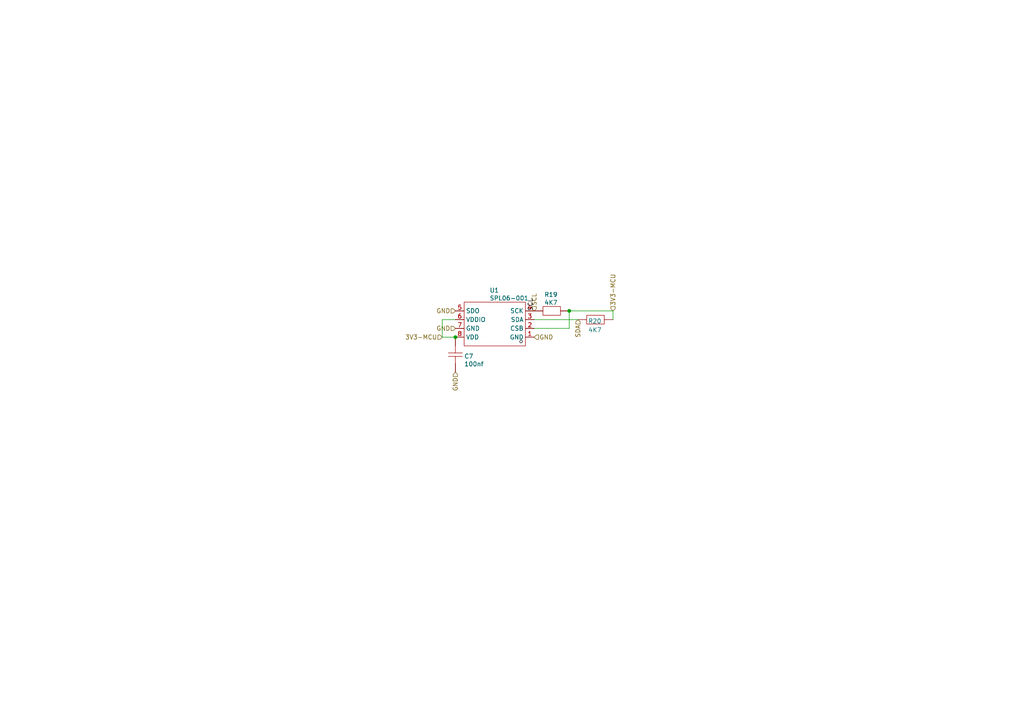
<source format=kicad_sch>
(kicad_sch
	(version 20250114)
	(generator "eeschema")
	(generator_version "9.0")
	(uuid "452fb780-ae0a-4411-9a6b-d416fee55325")
	(paper "A4")
	(lib_symbols
		(symbol "1_P1-altium-import:root_1_100nf_"
			(pin_numbers
				(hide yes)
			)
			(pin_names
				(hide yes)
			)
			(exclude_from_sim no)
			(in_bom yes)
			(on_board yes)
			(property "Reference" ""
				(at 0 0 0)
				(effects
					(font
						(size 1.27 1.27)
					)
				)
			)
			(property "Value" ""
				(at 0 0 0)
				(effects
					(font
						(size 1.27 1.27)
					)
				)
			)
			(property "Footprint" ""
				(at 0 0 0)
				(effects
					(font
						(size 1.27 1.27)
					)
					(hide yes)
				)
			)
			(property "Datasheet" ""
				(at 0 0 0)
				(effects
					(font
						(size 1.27 1.27)
					)
					(hide yes)
				)
			)
			(property "Description" ""
				(at 0 0 0)
				(effects
					(font
						(size 1.27 1.27)
					)
					(hide yes)
				)
			)
			(property "ki_fp_filters" "*C0201*"
				(at 0 0 0)
				(effects
					(font
						(size 1.27 1.27)
					)
					(hide yes)
				)
			)
			(symbol "root_1_100nf__1_0"
				(polyline
					(pts
						(xy -2.032 0.508) (xy 2.032 0.508)
					)
					(stroke
						(width 0)
						(type solid)
						(color 160 0 0 1)
					)
					(fill
						(type none)
					)
				)
				(polyline
					(pts
						(xy 0 2.54) (xy 0 0.508)
					)
					(stroke
						(width 0)
						(type solid)
						(color 160 0 0 1)
					)
					(fill
						(type none)
					)
				)
				(polyline
					(pts
						(xy 0 -0.508) (xy 0 -2.54)
					)
					(stroke
						(width 0)
						(type solid)
						(color 160 0 0 1)
					)
					(fill
						(type none)
					)
				)
				(polyline
					(pts
						(xy 2.032 -0.508) (xy -2.032 -0.508)
					)
					(stroke
						(width 0)
						(type solid)
						(color 160 0 0 1)
					)
					(fill
						(type none)
					)
				)
				(pin passive line
					(at 0 5.08 270)
					(length 2.54)
					(name "2"
						(effects
							(font
								(size 1.27 1.27)
							)
						)
					)
					(number "2"
						(effects
							(font
								(size 1.27 1.27)
							)
						)
					)
				)
				(pin passive line
					(at 0 -5.08 90)
					(length 2.54)
					(name "1"
						(effects
							(font
								(size 1.27 1.27)
							)
						)
					)
					(number "1"
						(effects
							(font
								(size 1.27 1.27)
							)
						)
					)
				)
			)
			(embedded_fonts no)
		)
		(symbol "1_P1-altium-import:root_2_4K7_"
			(pin_numbers
				(hide yes)
			)
			(pin_names
				(hide yes)
			)
			(exclude_from_sim no)
			(in_bom yes)
			(on_board yes)
			(property "Reference" ""
				(at 0 0 0)
				(effects
					(font
						(size 1.27 1.27)
					)
				)
			)
			(property "Value" ""
				(at 0 0 0)
				(effects
					(font
						(size 1.27 1.27)
					)
				)
			)
			(property "Footprint" ""
				(at 0 0 0)
				(effects
					(font
						(size 1.27 1.27)
					)
					(hide yes)
				)
			)
			(property "Datasheet" ""
				(at 0 0 0)
				(effects
					(font
						(size 1.27 1.27)
					)
					(hide yes)
				)
			)
			(property "Description" ""
				(at 0 0 0)
				(effects
					(font
						(size 1.27 1.27)
					)
					(hide yes)
				)
			)
			(property "ki_fp_filters" "*R0201*"
				(at 0 0 0)
				(effects
					(font
						(size 1.27 1.27)
					)
					(hide yes)
				)
			)
			(symbol "root_2_4K7__1_0"
				(rectangle
					(start -2.54 1.27)
					(end 2.54 -1.27)
					(stroke
						(width 0)
						(type solid)
						(color 160 0 0 1)
					)
					(fill
						(type none)
					)
				)
				(pin passive line
					(at -5.08 0 0)
					(length 2.54)
					(name "2"
						(effects
							(font
								(size 1.27 1.27)
							)
						)
					)
					(number "2"
						(effects
							(font
								(size 1.27 1.27)
							)
						)
					)
				)
				(pin passive line
					(at 5.08 0 180)
					(length 2.54)
					(name "1"
						(effects
							(font
								(size 1.27 1.27)
							)
						)
					)
					(number "1"
						(effects
							(font
								(size 1.27 1.27)
							)
						)
					)
				)
			)
			(embedded_fonts no)
		)
		(symbol "1_P1-altium-import:root_2_SPL06-001_"
			(exclude_from_sim no)
			(in_bom yes)
			(on_board yes)
			(property "Reference" ""
				(at 0 0 0)
				(effects
					(font
						(size 1.27 1.27)
					)
				)
			)
			(property "Value" ""
				(at 0 0 0)
				(effects
					(font
						(size 1.27 1.27)
					)
				)
			)
			(property "Footprint" ""
				(at 0 0 0)
				(effects
					(font
						(size 1.27 1.27)
					)
					(hide yes)
				)
			)
			(property "Datasheet" ""
				(at 0 0 0)
				(effects
					(font
						(size 1.27 1.27)
					)
					(hide yes)
				)
			)
			(property "Description" ""
				(at 0 0 0)
				(effects
					(font
						(size 1.27 1.27)
					)
					(hide yes)
				)
			)
			(property "ki_fp_filters" "*SENSOR-SMD_SPL06-001*"
				(at 0 0 0)
				(effects
					(font
						(size 1.27 1.27)
					)
					(hide yes)
				)
			)
			(symbol "root_2_SPL06-001__1_0"
				(rectangle
					(start -8.89 6.35)
					(end 8.89 -6.35)
					(stroke
						(width 0)
						(type solid)
						(color 160 0 0 1)
					)
					(fill
						(type none)
					)
				)
				(circle
					(center 7.62 -5.08)
					(radius 0.381)
					(stroke
						(width 0)
						(type solid)
						(color 0 0 0 1)
					)
					(fill
						(type none)
					)
				)
				(pin passive line
					(at -11.43 3.81 0)
					(length 2.54)
					(name "SDO"
						(effects
							(font
								(size 1.27 1.27)
							)
						)
					)
					(number "5"
						(effects
							(font
								(size 1.27 1.27)
							)
						)
					)
				)
				(pin passive line
					(at -11.43 1.27 0)
					(length 2.54)
					(name "VDDIO"
						(effects
							(font
								(size 1.27 1.27)
							)
						)
					)
					(number "6"
						(effects
							(font
								(size 1.27 1.27)
							)
						)
					)
				)
				(pin passive line
					(at -11.43 -1.27 0)
					(length 2.54)
					(name "GND"
						(effects
							(font
								(size 1.27 1.27)
							)
						)
					)
					(number "7"
						(effects
							(font
								(size 1.27 1.27)
							)
						)
					)
				)
				(pin passive line
					(at -11.43 -3.81 0)
					(length 2.54)
					(name "VDD"
						(effects
							(font
								(size 1.27 1.27)
							)
						)
					)
					(number "8"
						(effects
							(font
								(size 1.27 1.27)
							)
						)
					)
				)
				(pin passive line
					(at 11.43 3.81 180)
					(length 2.54)
					(name "SCK"
						(effects
							(font
								(size 1.27 1.27)
							)
						)
					)
					(number "4"
						(effects
							(font
								(size 1.27 1.27)
							)
						)
					)
				)
				(pin passive line
					(at 11.43 1.27 180)
					(length 2.54)
					(name "SDA"
						(effects
							(font
								(size 1.27 1.27)
							)
						)
					)
					(number "3"
						(effects
							(font
								(size 1.27 1.27)
							)
						)
					)
				)
				(pin passive line
					(at 11.43 -1.27 180)
					(length 2.54)
					(name "CSB"
						(effects
							(font
								(size 1.27 1.27)
							)
						)
					)
					(number "2"
						(effects
							(font
								(size 1.27 1.27)
							)
						)
					)
				)
				(pin passive line
					(at 11.43 -3.81 180)
					(length 2.54)
					(name "GND"
						(effects
							(font
								(size 1.27 1.27)
							)
						)
					)
					(number "1"
						(effects
							(font
								(size 1.27 1.27)
							)
						)
					)
				)
			)
			(embedded_fonts no)
		)
	)
	(junction
		(at 165.1 90.17)
		(diameter 0)
		(color 0 0 0 0)
		(uuid "d308ed44-7b5b-49e6-a21a-b1c1c3fba460")
	)
	(junction
		(at 132.08 97.79)
		(diameter 0)
		(color 0 0 0 0)
		(uuid "f6902308-d55e-4f42-8678-af3611243bb8")
	)
	(wire
		(pts
			(xy 177.8 92.71) (xy 177.8 90.17)
		)
		(stroke
			(width 0)
			(type default)
		)
		(uuid "2d5cac3f-6eb7-4cc6-8158-2fd00d1e20ab")
	)
	(wire
		(pts
			(xy 165.1 90.17) (xy 165.1 95.25)
		)
		(stroke
			(width 0)
			(type default)
		)
		(uuid "7d542f9c-a646-4bb0-903c-0615a383f72e")
	)
	(wire
		(pts
			(xy 128.27 97.79) (xy 128.27 92.71)
		)
		(stroke
			(width 0)
			(type default)
		)
		(uuid "9af574f2-fe0a-4c6d-9774-0289482e1ff9")
	)
	(wire
		(pts
			(xy 132.08 97.79) (xy 128.27 97.79)
		)
		(stroke
			(width 0)
			(type default)
		)
		(uuid "9f056cce-37f8-4e05-b1d7-1c485cd8b28c")
	)
	(wire
		(pts
			(xy 165.1 90.17) (xy 177.8 90.17)
		)
		(stroke
			(width 0)
			(type default)
		)
		(uuid "a9944fd2-1a2f-42b1-bc73-3bae72011270")
	)
	(wire
		(pts
			(xy 128.27 92.71) (xy 132.08 92.71)
		)
		(stroke
			(width 0)
			(type default)
		)
		(uuid "adcfd55b-c657-4b84-ba1a-e8ba95aeed82")
	)
	(wire
		(pts
			(xy 154.94 92.71) (xy 167.64 92.71)
		)
		(stroke
			(width 0)
			(type default)
		)
		(uuid "b5bdb8b6-fba9-49d6-8e36-a9c09e083223")
	)
	(wire
		(pts
			(xy 165.1 95.25) (xy 154.94 95.25)
		)
		(stroke
			(width 0)
			(type default)
		)
		(uuid "c19599b6-031e-4447-90af-6d9fa79b1ab8")
	)
	(label "SCL"
		(at 154.94 90.17 90)
		(effects
			(font
				(size 1.27 1.27)
			)
			(justify left bottom)
		)
		(uuid "763d4e14-d2cd-4a84-ac99-2485dca5b177")
	)
	(hierarchical_label "SCL"
		(shape input)
		(at 154.94 90.17 90)
		(effects
			(font
				(size 1.27 1.27)
			)
			(justify left)
		)
		(uuid "1d0a9671-0e29-4d42-9b97-d913922d3aaf")
	)
	(hierarchical_label "GND"
		(shape input)
		(at 132.08 95.25 180)
		(effects
			(font
				(size 1.27 1.27)
			)
			(justify right)
		)
		(uuid "29b582a0-e309-421f-b996-992d583cce5a")
	)
	(hierarchical_label "GND"
		(shape input)
		(at 154.94 97.79 0)
		(effects
			(font
				(size 1.27 1.27)
			)
			(justify left)
		)
		(uuid "4d5eb12b-dbf8-423d-bc70-86c4e99bc86e")
	)
	(hierarchical_label "GND"
		(shape input)
		(at 132.08 90.17 180)
		(effects
			(font
				(size 1.27 1.27)
			)
			(justify right)
		)
		(uuid "4df853bb-5663-4f52-81d1-d5d4e7965d79")
	)
	(hierarchical_label "GND"
		(shape input)
		(at 132.08 107.95 270)
		(effects
			(font
				(size 1.27 1.27)
			)
			(justify right)
		)
		(uuid "86138044-8eb3-42c8-b9e2-2c8a732f7f93")
	)
	(hierarchical_label "SDA"
		(shape input)
		(at 167.64 92.71 270)
		(effects
			(font
				(size 1.27 1.27)
			)
			(justify right)
		)
		(uuid "948c65ef-6f2e-4020-a1f5-b9669feeab1e")
	)
	(hierarchical_label "3V3-MCU"
		(shape input)
		(at 177.8 90.17 90)
		(effects
			(font
				(size 1.27 1.27)
			)
			(justify left)
		)
		(uuid "b0da4557-085f-400e-9872-45056f991e11")
	)
	(hierarchical_label "3V3-MCU"
		(shape input)
		(at 128.27 97.79 180)
		(effects
			(font
				(size 1.27 1.27)
			)
			(justify right)
		)
		(uuid "ea20e600-7854-4d2e-ae83-0364f9e5a1be")
	)
	(symbol
		(lib_id "1_P1-altium-import:root_1_100nf_")
		(at 132.08 102.87 0)
		(unit 1)
		(exclude_from_sim no)
		(in_bom yes)
		(on_board yes)
		(dnp no)
		(uuid "267616e1-3e67-4bbf-addb-6c7e4f980be5")
		(property "Reference" "C7"
			(at 134.622 104.067 0)
			(effects
				(font
					(size 1.27 1.27)
				)
				(justify left bottom)
			)
		)
		(property "Value" "100nf"
			(at 134.62 106.311 0)
			(effects
				(font
					(size 1.27 1.27)
				)
				(justify left bottom)
			)
		)
		(property "Footprint" "lcsc:C0201"
			(at 132.08 102.87 0)
			(effects
				(font
					(size 1.27 1.27)
				)
				(hide yes)
			)
		)
		(property "Datasheet" ""
			(at 132.08 102.87 0)
			(effects
				(font
					(size 1.27 1.27)
				)
				(hide yes)
			)
		)
		(property "Description" ""
			(at 132.08 102.87 0)
			(effects
				(font
					(size 1.27 1.27)
				)
				(hide yes)
			)
		)
		(property "SYMBOL" "100nf"
			(at 132.08 102.87 0)
			(effects
				(font
					(size 1.27 1.27)
				)
				(justify left bottom)
				(hide yes)
			)
		)
		(property "DEVICE" "100nf"
			(at 132.08 102.87 0)
			(effects
				(font
					(size 1.27 1.27)
				)
				(justify left bottom)
				(hide yes)
			)
		)
		(property "SUPPLIER PART" ""
			(at 132.08 102.87 0)
			(effects
				(font
					(size 1.27 1.27)
				)
				(justify left bottom)
				(hide yes)
			)
		)
		(property "SUPPLIER" ""
			(at 132.08 102.87 0)
			(effects
				(font
					(size 1.27 1.27)
				)
				(justify left bottom)
				(hide yes)
			)
		)
		(property "MANUFACTURER PART" ""
			(at 132.08 102.87 0)
			(effects
				(font
					(size 1.27 1.27)
				)
				(justify left bottom)
				(hide yes)
			)
		)
		(property "CONVERT TO PCB" "yes"
			(at 132.08 102.87 0)
			(effects
				(font
					(size 1.27 1.27)
				)
				(justify left bottom)
				(hide yes)
			)
		)
		(property "ADD INTO BOM" "yes"
			(at 132.08 102.87 0)
			(effects
				(font
					(size 1.27 1.27)
				)
				(justify left bottom)
				(hide yes)
			)
		)
		(property "ORIGIN FOOTPRINT" "0402-CAP"
			(at 132.08 102.87 0)
			(effects
				(font
					(size 1.27 1.27)
				)
				(justify left bottom)
				(hide yes)
			)
		)
		(property "NAMEALIAS" "Value(F)"
			(at 132.08 102.87 0)
			(effects
				(font
					(size 1.27 1.27)
				)
				(justify left bottom)
				(hide yes)
			)
		)
		(property "CONTRIBUTOR" "LCEDA_Lib"
			(at 132.08 102.87 0)
			(effects
				(font
					(size 1.27 1.27)
				)
				(justify left bottom)
				(hide yes)
			)
		)
		(property "SPICEPRE" "C"
			(at 132.08 102.87 0)
			(effects
				(font
					(size 1.27 1.27)
				)
				(justify left bottom)
				(hide yes)
			)
		)
		(property "SPICESYMBOLNAME" "C_0402_US"
			(at 132.08 102.87 0)
			(effects
				(font
					(size 1.27 1.27)
				)
				(justify left bottom)
				(hide yes)
			)
		)
		(property "REUSE BLOCK" ""
			(at 32.512 335.28 0)
			(effects
				(font
					(size 1.27 1.27)
				)
				(justify left bottom)
				(hide yes)
			)
		)
		(property "GROUP ID" ""
			(at 32.512 335.28 0)
			(effects
				(font
					(size 1.27 1.27)
				)
				(justify left bottom)
				(hide yes)
			)
		)
		(property "CHANNEL ID" ""
			(at 32.512 335.28 0)
			(effects
				(font
					(size 1.27 1.27)
				)
				(justify left bottom)
				(hide yes)
			)
		)
		(property "BREAKDOWN VOLTAGE" ""
			(at 132.08 102.87 0)
			(effects
				(font
					(size 1.27 1.27)
				)
				(hide yes)
			)
		)
		(property "MAXIMUM CLAMPING VOLTAGE" ""
			(at 132.08 102.87 0)
			(effects
				(font
					(size 1.27 1.27)
				)
				(hide yes)
			)
		)
		(property "MOUNTING SYTLE" ""
			(at 132.08 102.87 0)
			(effects
				(font
					(size 1.27 1.27)
				)
				(hide yes)
			)
		)
		(property "PEAK PULSE CURRENT (IPP)@10/1000US" ""
			(at 132.08 102.87 0)
			(effects
				(font
					(size 1.27 1.27)
				)
				(hide yes)
			)
		)
		(property "PEAK PULSE POWER DISSIPATION (PPP)@10/1000US" ""
			(at 132.08 102.87 0)
			(effects
				(font
					(size 1.27 1.27)
				)
				(hide yes)
			)
		)
		(property "POLARITY" ""
			(at 132.08 102.87 0)
			(effects
				(font
					(size 1.27 1.27)
				)
				(hide yes)
			)
		)
		(property "POWER(WATTS)" ""
			(at 132.08 102.87 0)
			(effects
				(font
					(size 1.27 1.27)
				)
				(hide yes)
			)
		)
		(property "REVERSE STAND-OFF VOLTAGE (VRWM)" ""
			(at 132.08 102.87 0)
			(effects
				(font
					(size 1.27 1.27)
				)
				(hide yes)
			)
		)
		(pin "1"
			(uuid "6626bc38-db5f-4eae-acb0-fff0e5367e34")
		)
		(pin "2"
			(uuid "bca760c3-9d5b-4256-b9ec-e47b6d5d0397")
		)
		(instances
			(project "hardware"
				(path "/5022a1d8-d19f-465c-a616-d8d6757adef4/ed60e301-df4d-4bb8-8d35-6e073273bd4f"
					(reference "C7")
					(unit 1)
				)
			)
		)
	)
	(symbol
		(lib_id "1_P1-altium-import:root_2_4K7_")
		(at 160.02 90.17 0)
		(unit 1)
		(exclude_from_sim no)
		(in_bom yes)
		(on_board yes)
		(dnp no)
		(uuid "6a7d3065-2e92-4951-897c-9ef1a29d732c")
		(property "Reference" "R19"
			(at 157.846 86.18 0)
			(effects
				(font
					(size 1.27 1.27)
				)
				(justify left bottom)
			)
		)
		(property "Value" "4K7"
			(at 157.846 88.484 0)
			(effects
				(font
					(size 1.27 1.27)
				)
				(justify left bottom)
			)
		)
		(property "Footprint" "lcsc:R0201"
			(at 160.02 90.17 0)
			(effects
				(font
					(size 1.27 1.27)
				)
				(hide yes)
			)
		)
		(property "Datasheet" ""
			(at 160.02 90.17 0)
			(effects
				(font
					(size 1.27 1.27)
				)
				(hide yes)
			)
		)
		(property "Description" ""
			(at 160.02 90.17 0)
			(effects
				(font
					(size 1.27 1.27)
				)
				(hide yes)
			)
		)
		(property "SYMBOL" "4K7"
			(at 160.02 90.17 0)
			(effects
				(font
					(size 1.27 1.27)
				)
				(justify left bottom)
				(hide yes)
			)
		)
		(property "DEVICE" "4K7"
			(at 160.02 90.17 0)
			(effects
				(font
					(size 1.27 1.27)
				)
				(justify left bottom)
				(hide yes)
			)
		)
		(property "SUPPLIER PART" ""
			(at 160.02 90.17 0)
			(effects
				(font
					(size 1.27 1.27)
				)
				(justify left bottom)
				(hide yes)
			)
		)
		(property "SUPPLIER" ""
			(at 160.02 90.17 0)
			(effects
				(font
					(size 1.27 1.27)
				)
				(justify left bottom)
				(hide yes)
			)
		)
		(property "MANUFACTURER PART" ""
			(at 160.02 90.17 0)
			(effects
				(font
					(size 1.27 1.27)
				)
				(justify left bottom)
				(hide yes)
			)
		)
		(property "CONVERT TO PCB" "yes"
			(at 160.02 90.17 0)
			(effects
				(font
					(size 1.27 1.27)
				)
				(justify left bottom)
				(hide yes)
			)
		)
		(property "ADD INTO BOM" "yes"
			(at 160.02 90.17 0)
			(effects
				(font
					(size 1.27 1.27)
				)
				(justify left bottom)
				(hide yes)
			)
		)
		(property "ORIGIN FOOTPRINT" "0402-RSE"
			(at 160.02 90.17 0)
			(effects
				(font
					(size 1.27 1.27)
				)
				(justify left bottom)
				(hide yes)
			)
		)
		(property "NAMEALIAS" "Value(Ω)"
			(at 160.02 90.17 0)
			(effects
				(font
					(size 1.27 1.27)
				)
				(justify left bottom)
				(hide yes)
			)
		)
		(property "CONTRIBUTOR" "LCEDA_Lib"
			(at 160.02 90.17 0)
			(effects
				(font
					(size 1.27 1.27)
				)
				(justify left bottom)
				(hide yes)
			)
		)
		(property "SPICEPRE" "R"
			(at 160.02 90.17 0)
			(effects
				(font
					(size 1.27 1.27)
				)
				(justify left bottom)
				(hide yes)
			)
		)
		(property "SPICESYMBOLNAME" "R_0402_EU"
			(at 160.02 90.17 0)
			(effects
				(font
					(size 1.27 1.27)
				)
				(justify left bottom)
				(hide yes)
			)
		)
		(property "REUSE BLOCK" ""
			(at 32.512 335.28 0)
			(effects
				(font
					(size 1.27 1.27)
				)
				(justify left bottom)
				(hide yes)
			)
		)
		(property "GROUP ID" ""
			(at 32.512 335.28 0)
			(effects
				(font
					(size 1.27 1.27)
				)
				(justify left bottom)
				(hide yes)
			)
		)
		(property "CHANNEL ID" ""
			(at 32.512 335.28 0)
			(effects
				(font
					(size 1.27 1.27)
				)
				(justify left bottom)
				(hide yes)
			)
		)
		(property "BREAKDOWN VOLTAGE" ""
			(at 160.02 90.17 0)
			(effects
				(font
					(size 1.27 1.27)
				)
				(hide yes)
			)
		)
		(property "MAXIMUM CLAMPING VOLTAGE" ""
			(at 160.02 90.17 0)
			(effects
				(font
					(size 1.27 1.27)
				)
				(hide yes)
			)
		)
		(property "MOUNTING SYTLE" ""
			(at 160.02 90.17 0)
			(effects
				(font
					(size 1.27 1.27)
				)
				(hide yes)
			)
		)
		(property "PEAK PULSE CURRENT (IPP)@10/1000US" ""
			(at 160.02 90.17 0)
			(effects
				(font
					(size 1.27 1.27)
				)
				(hide yes)
			)
		)
		(property "PEAK PULSE POWER DISSIPATION (PPP)@10/1000US" ""
			(at 160.02 90.17 0)
			(effects
				(font
					(size 1.27 1.27)
				)
				(hide yes)
			)
		)
		(property "POLARITY" ""
			(at 160.02 90.17 0)
			(effects
				(font
					(size 1.27 1.27)
				)
				(hide yes)
			)
		)
		(property "POWER(WATTS)" ""
			(at 160.02 90.17 0)
			(effects
				(font
					(size 1.27 1.27)
				)
				(hide yes)
			)
		)
		(property "REVERSE STAND-OFF VOLTAGE (VRWM)" ""
			(at 160.02 90.17 0)
			(effects
				(font
					(size 1.27 1.27)
				)
				(hide yes)
			)
		)
		(pin "1"
			(uuid "ca5b1cbd-c34a-4c5b-8e14-cc143962bcb4")
		)
		(pin "2"
			(uuid "9bb80086-3287-48e5-a99a-7ae3bc62104e")
		)
		(instances
			(project "hardware"
				(path "/5022a1d8-d19f-465c-a616-d8d6757adef4/ed60e301-df4d-4bb8-8d35-6e073273bd4f"
					(reference "R19")
					(unit 1)
				)
			)
		)
	)
	(symbol
		(lib_id "1_P1-altium-import:root_2_4K7_")
		(at 172.72 92.71 0)
		(unit 1)
		(exclude_from_sim no)
		(in_bom yes)
		(on_board yes)
		(dnp no)
		(uuid "6ab0fac0-8441-47b4-a024-82038dc42442")
		(property "Reference" "R20"
			(at 170.546 93.869 0)
			(effects
				(font
					(size 1.27 1.27)
				)
				(justify left bottom)
			)
		)
		(property "Value" "4K7"
			(at 170.612 96.424 0)
			(effects
				(font
					(size 1.27 1.27)
				)
				(justify left bottom)
			)
		)
		(property "Footprint" "lcsc:R0201"
			(at 172.72 92.71 0)
			(effects
				(font
					(size 1.27 1.27)
				)
				(hide yes)
			)
		)
		(property "Datasheet" ""
			(at 172.72 92.71 0)
			(effects
				(font
					(size 1.27 1.27)
				)
				(hide yes)
			)
		)
		(property "Description" ""
			(at 172.72 92.71 0)
			(effects
				(font
					(size 1.27 1.27)
				)
				(hide yes)
			)
		)
		(property "SYMBOL" "4K7"
			(at 172.72 92.71 0)
			(effects
				(font
					(size 1.27 1.27)
				)
				(justify left bottom)
				(hide yes)
			)
		)
		(property "DEVICE" "4K7"
			(at 172.72 92.71 0)
			(effects
				(font
					(size 1.27 1.27)
				)
				(justify left bottom)
				(hide yes)
			)
		)
		(property "SUPPLIER PART" ""
			(at 172.72 92.71 0)
			(effects
				(font
					(size 1.27 1.27)
				)
				(justify left bottom)
				(hide yes)
			)
		)
		(property "SUPPLIER" ""
			(at 172.72 92.71 0)
			(effects
				(font
					(size 1.27 1.27)
				)
				(justify left bottom)
				(hide yes)
			)
		)
		(property "MANUFACTURER PART" ""
			(at 172.72 92.71 0)
			(effects
				(font
					(size 1.27 1.27)
				)
				(justify left bottom)
				(hide yes)
			)
		)
		(property "CONVERT TO PCB" "yes"
			(at 172.72 92.71 0)
			(effects
				(font
					(size 1.27 1.27)
				)
				(justify left bottom)
				(hide yes)
			)
		)
		(property "ADD INTO BOM" "yes"
			(at 172.72 92.71 0)
			(effects
				(font
					(size 1.27 1.27)
				)
				(justify left bottom)
				(hide yes)
			)
		)
		(property "ORIGIN FOOTPRINT" "0402-RSE"
			(at 172.72 92.71 0)
			(effects
				(font
					(size 1.27 1.27)
				)
				(justify left bottom)
				(hide yes)
			)
		)
		(property "NAMEALIAS" "Value(Ω)"
			(at 172.72 92.71 0)
			(effects
				(font
					(size 1.27 1.27)
				)
				(justify left bottom)
				(hide yes)
			)
		)
		(property "CONTRIBUTOR" "LCEDA_Lib"
			(at 172.72 92.71 0)
			(effects
				(font
					(size 1.27 1.27)
				)
				(justify left bottom)
				(hide yes)
			)
		)
		(property "SPICEPRE" "R"
			(at 172.72 92.71 0)
			(effects
				(font
					(size 1.27 1.27)
				)
				(justify left bottom)
				(hide yes)
			)
		)
		(property "SPICESYMBOLNAME" "R_0402_EU"
			(at 172.72 92.71 0)
			(effects
				(font
					(size 1.27 1.27)
				)
				(justify left bottom)
				(hide yes)
			)
		)
		(property "REUSE BLOCK" ""
			(at 32.512 335.28 0)
			(effects
				(font
					(size 1.27 1.27)
				)
				(justify left bottom)
				(hide yes)
			)
		)
		(property "GROUP ID" ""
			(at 32.512 335.28 0)
			(effects
				(font
					(size 1.27 1.27)
				)
				(justify left bottom)
				(hide yes)
			)
		)
		(property "CHANNEL ID" ""
			(at 32.512 335.28 0)
			(effects
				(font
					(size 1.27 1.27)
				)
				(justify left bottom)
				(hide yes)
			)
		)
		(property "BREAKDOWN VOLTAGE" ""
			(at 172.72 92.71 0)
			(effects
				(font
					(size 1.27 1.27)
				)
				(hide yes)
			)
		)
		(property "MAXIMUM CLAMPING VOLTAGE" ""
			(at 172.72 92.71 0)
			(effects
				(font
					(size 1.27 1.27)
				)
				(hide yes)
			)
		)
		(property "MOUNTING SYTLE" ""
			(at 172.72 92.71 0)
			(effects
				(font
					(size 1.27 1.27)
				)
				(hide yes)
			)
		)
		(property "PEAK PULSE CURRENT (IPP)@10/1000US" ""
			(at 172.72 92.71 0)
			(effects
				(font
					(size 1.27 1.27)
				)
				(hide yes)
			)
		)
		(property "PEAK PULSE POWER DISSIPATION (PPP)@10/1000US" ""
			(at 172.72 92.71 0)
			(effects
				(font
					(size 1.27 1.27)
				)
				(hide yes)
			)
		)
		(property "POLARITY" ""
			(at 172.72 92.71 0)
			(effects
				(font
					(size 1.27 1.27)
				)
				(hide yes)
			)
		)
		(property "POWER(WATTS)" ""
			(at 172.72 92.71 0)
			(effects
				(font
					(size 1.27 1.27)
				)
				(hide yes)
			)
		)
		(property "REVERSE STAND-OFF VOLTAGE (VRWM)" ""
			(at 172.72 92.71 0)
			(effects
				(font
					(size 1.27 1.27)
				)
				(hide yes)
			)
		)
		(pin "1"
			(uuid "629afde0-62c0-41a1-89b2-1984731c8d43")
		)
		(pin "2"
			(uuid "0c5dfa5a-7ba0-4626-85d5-53ccfa90eb8c")
		)
		(instances
			(project "hardware"
				(path "/5022a1d8-d19f-465c-a616-d8d6757adef4/ed60e301-df4d-4bb8-8d35-6e073273bd4f"
					(reference "R20")
					(unit 1)
				)
			)
		)
	)
	(symbol
		(lib_id "1_P1-altium-import:root_2_SPL06-001_")
		(at 143.51 93.98 0)
		(unit 1)
		(exclude_from_sim no)
		(in_bom yes)
		(on_board yes)
		(dnp no)
		(uuid "92934e58-6b86-4304-9b5b-b6c1d11222b8")
		(property "Reference" "U1"
			(at 141.994 84.928 0)
			(effects
				(font
					(size 1.27 1.27)
				)
				(justify left bottom)
			)
		)
		(property "Value" "SPL06-001"
			(at 141.994 87.214 0)
			(effects
				(font
					(size 1.27 1.27)
				)
				(justify left bottom)
			)
		)
		(property "Footprint" "lcsc:SENSOR-SMD_SPL06-001"
			(at 143.51 93.98 0)
			(effects
				(font
					(size 1.27 1.27)
				)
				(hide yes)
			)
		)
		(property "Datasheet" ""
			(at 143.51 93.98 0)
			(effects
				(font
					(size 1.27 1.27)
				)
				(hide yes)
			)
		)
		(property "Description" ""
			(at 143.51 93.98 0)
			(effects
				(font
					(size 1.27 1.27)
				)
				(hide yes)
			)
		)
		(property "SYMBOL" "SPL06-001"
			(at 143.51 93.98 0)
			(effects
				(font
					(size 1.27 1.27)
				)
				(justify left bottom)
				(hide yes)
			)
		)
		(property "DEVICE" "SPL06-001"
			(at 143.51 93.98 0)
			(effects
				(font
					(size 1.27 1.27)
				)
				(justify left bottom)
				(hide yes)
			)
		)
		(property "SUPPLIER" "LCSC"
			(at 143.51 93.98 0)
			(effects
				(font
					(size 1.27 1.27)
				)
				(justify left bottom)
				(hide yes)
			)
		)
		(property "SUPPLIER PART" "C2684428"
			(at 143.51 93.98 0)
			(effects
				(font
					(size 1.27 1.27)
				)
				(justify left bottom)
				(hide yes)
			)
		)
		(property "MANUFACTURER" "Goertek(歌尔)"
			(at 143.51 93.98 0)
			(effects
				(font
					(size 1.27 1.27)
				)
				(justify left bottom)
				(hide yes)
			)
		)
		(property "MANUFACTURER PART" "SPL06-001"
			(at 143.51 93.98 0)
			(effects
				(font
					(size 1.27 1.27)
				)
				(justify left bottom)
				(hide yes)
			)
		)
		(property "JLCPCB PART CLASS" "Extended Part"
			(at 143.51 93.98 0)
			(effects
				(font
					(size 1.27 1.27)
				)
				(justify left bottom)
				(hide yes)
			)
		)
		(property "CONVERT TO PCB" "yes"
			(at 143.51 93.98 0)
			(effects
				(font
					(size 1.27 1.27)
				)
				(justify left bottom)
				(hide yes)
			)
		)
		(property "ADD INTO BOM" "yes"
			(at 143.51 93.98 0)
			(effects
				(font
					(size 1.27 1.27)
				)
				(justify left bottom)
				(hide yes)
			)
		)
		(property "ORIGIN FOOTPRINT" "SENSOR-SMD_SPL06-001"
			(at 143.51 93.98 0)
			(effects
				(font
					(size 1.27 1.27)
				)
				(justify left bottom)
				(hide yes)
			)
		)
		(property "CONTRIBUTOR" "LCSC"
			(at 143.51 93.98 0)
			(effects
				(font
					(size 1.27 1.27)
				)
				(justify left bottom)
				(hide yes)
			)
		)
		(property "SPICEPRE" "U"
			(at 143.51 93.98 0)
			(effects
				(font
					(size 1.27 1.27)
				)
				(justify left bottom)
				(hide yes)
			)
		)
		(property "SPICESYMBOLNAME" "SPL06-001"
			(at 143.51 93.98 0)
			(effects
				(font
					(size 1.27 1.27)
				)
				(justify left bottom)
				(hide yes)
			)
		)
		(property "REUSE BLOCK" ""
			(at 32.512 335.28 0)
			(effects
				(font
					(size 1.27 1.27)
				)
				(justify left bottom)
				(hide yes)
			)
		)
		(property "GROUP ID" ""
			(at 32.512 335.28 0)
			(effects
				(font
					(size 1.27 1.27)
				)
				(justify left bottom)
				(hide yes)
			)
		)
		(property "CHANNEL ID" ""
			(at 32.512 335.28 0)
			(effects
				(font
					(size 1.27 1.27)
				)
				(justify left bottom)
				(hide yes)
			)
		)
		(property "BREAKDOWN VOLTAGE" ""
			(at 143.51 93.98 0)
			(effects
				(font
					(size 1.27 1.27)
				)
				(hide yes)
			)
		)
		(property "MAXIMUM CLAMPING VOLTAGE" ""
			(at 143.51 93.98 0)
			(effects
				(font
					(size 1.27 1.27)
				)
				(hide yes)
			)
		)
		(property "MOUNTING SYTLE" ""
			(at 143.51 93.98 0)
			(effects
				(font
					(size 1.27 1.27)
				)
				(hide yes)
			)
		)
		(property "PEAK PULSE CURRENT (IPP)@10/1000US" ""
			(at 143.51 93.98 0)
			(effects
				(font
					(size 1.27 1.27)
				)
				(hide yes)
			)
		)
		(property "PEAK PULSE POWER DISSIPATION (PPP)@10/1000US" ""
			(at 143.51 93.98 0)
			(effects
				(font
					(size 1.27 1.27)
				)
				(hide yes)
			)
		)
		(property "POLARITY" ""
			(at 143.51 93.98 0)
			(effects
				(font
					(size 1.27 1.27)
				)
				(hide yes)
			)
		)
		(property "POWER(WATTS)" ""
			(at 143.51 93.98 0)
			(effects
				(font
					(size 1.27 1.27)
				)
				(hide yes)
			)
		)
		(property "REVERSE STAND-OFF VOLTAGE (VRWM)" ""
			(at 143.51 93.98 0)
			(effects
				(font
					(size 1.27 1.27)
				)
				(hide yes)
			)
		)
		(pin "8"
			(uuid "58e1909f-642e-4393-bcfe-1de8c7130e63")
		)
		(pin "4"
			(uuid "5d5d5e9e-c143-464f-9f45-934f0a129a57")
		)
		(pin "3"
			(uuid "e0dc3d6a-d2a2-4815-85fb-7c1c3a6e8d60")
		)
		(pin "1"
			(uuid "244c2510-2ab7-41fa-bc44-132c0c91ef3f")
		)
		(pin "5"
			(uuid "903ee4e2-d48e-4bf7-bf96-4cd860f0a59d")
		)
		(pin "6"
			(uuid "5746d0b4-95a6-4e8a-b60b-0d16740df824")
		)
		(pin "7"
			(uuid "e43c8d29-9189-4ed4-94c3-bcae0edb672b")
		)
		(pin "2"
			(uuid "0eb65244-2cb3-4971-a244-c8e3a8358ecd")
		)
		(instances
			(project "hardware"
				(path "/5022a1d8-d19f-465c-a616-d8d6757adef4/ed60e301-df4d-4bb8-8d35-6e073273bd4f"
					(reference "U1")
					(unit 1)
				)
			)
		)
	)
)

</source>
